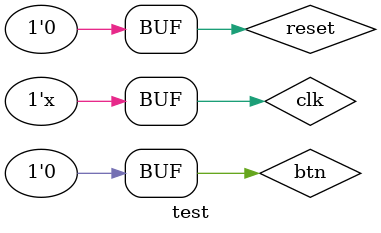
<source format=v>
`timescale 1ns/1ps

module test;
    reg clk;
    reg reset;
    reg btn;
    wire [6:0] segments;

    cyclic_buffer uut (
        .clk(clk),
        .reset(reset),
        .btn(btn),
        .segments(segments)
    );

    initial clk = 0;
    always #5 clk = ~clk;

    initial begin
        reset = 1;
        btn = 0;
        #20;    
        reset = 0;

        #10 btn = 1; #10 btn = 0;
        #20 btn = 1; #10 btn = 0;
        #20 btn = 1; #10 btn = 0;

        #100;
    end

    initial begin
        $display("Time | Buffer | Segments");
        $monitor("%0t | %d | %b", $time, uut.buffer, segments);
    end

endmodule

</source>
